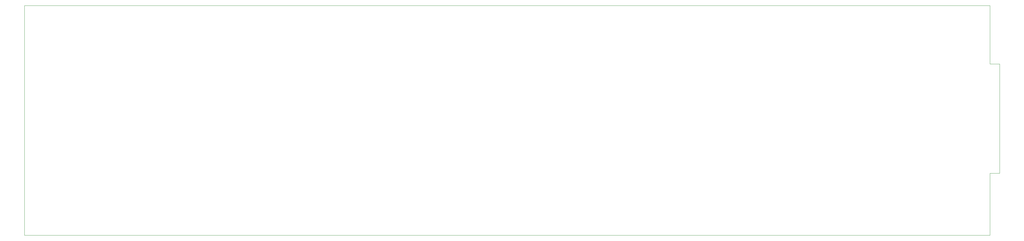
<source format=gko>
*%FSLAX23Y23*%
*%MOIN*%
G01*
D14*
X15695Y6608D02*
Y6629D01*
Y9375D02*
X4089D01*
Y6609D01*
Y6608D01*
X15695D01*
Y6672D01*
Y7355D01*
X15813D01*
Y8672D01*
X15695D01*
Y9375D01*
D02*
M02*

</source>
